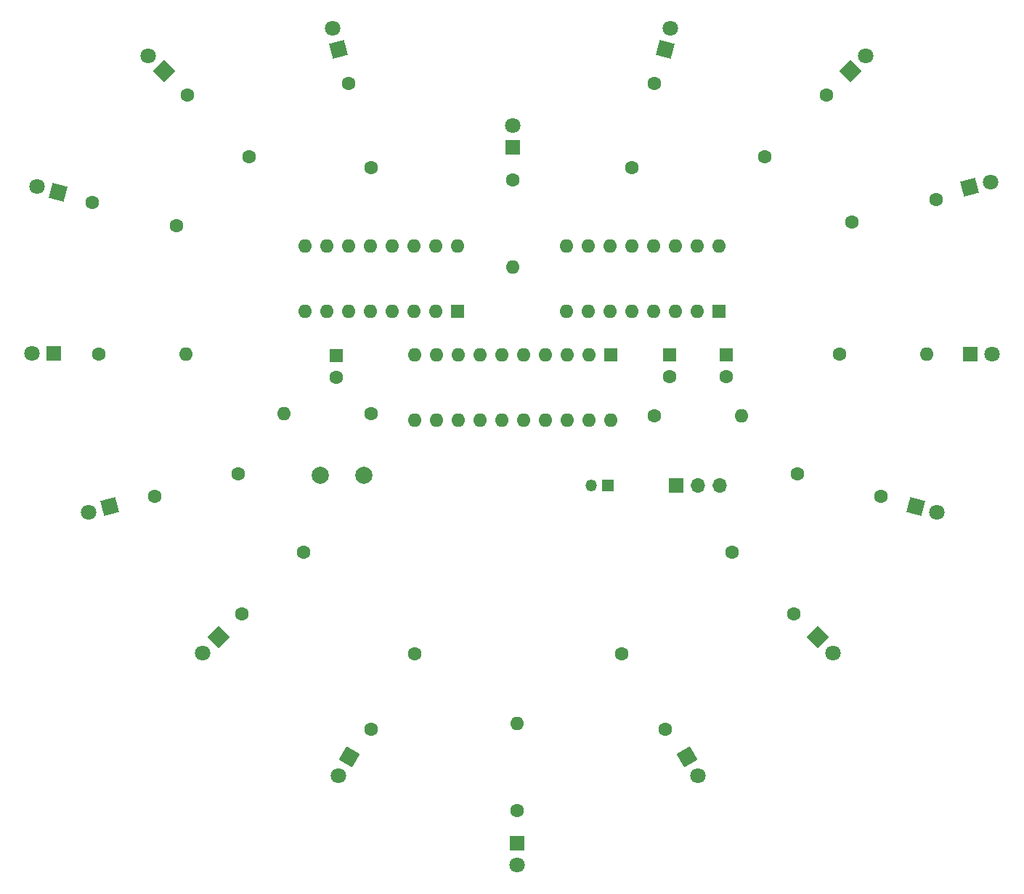
<source format=gbr>
%TF.GenerationSoftware,KiCad,Pcbnew,7.0.9*%
%TF.CreationDate,2025-02-08T08:35:37+01:00*%
%TF.ProjectId,heart,68656172-742e-46b6-9963-61645f706362,rev?*%
%TF.SameCoordinates,Original*%
%TF.FileFunction,Soldermask,Bot*%
%TF.FilePolarity,Negative*%
%FSLAX46Y46*%
G04 Gerber Fmt 4.6, Leading zero omitted, Abs format (unit mm)*
G04 Created by KiCad (PCBNEW 7.0.9) date 2025-02-08 08:35:37*
%MOMM*%
%LPD*%
G01*
G04 APERTURE LIST*
G04 Aperture macros list*
%AMHorizOval*
0 Thick line with rounded ends*
0 $1 width*
0 $2 $3 position (X,Y) of the first rounded end (center of the circle)*
0 $4 $5 position (X,Y) of the second rounded end (center of the circle)*
0 Add line between two ends*
20,1,$1,$2,$3,$4,$5,0*
0 Add two circle primitives to create the rounded ends*
1,1,$1,$2,$3*
1,1,$1,$4,$5*%
%AMRotRect*
0 Rectangle, with rotation*
0 The origin of the aperture is its center*
0 $1 length*
0 $2 width*
0 $3 Rotation angle, in degrees counterclockwise*
0 Add horizontal line*
21,1,$1,$2,0,0,$3*%
G04 Aperture macros list end*
%ADD10R,1.350000X1.350000*%
%ADD11O,1.350000X1.350000*%
%ADD12C,2.000000*%
%ADD13O,1.600000X1.600000*%
%ADD14R,1.600000X1.600000*%
%ADD15C,1.800000*%
%ADD16RotRect,1.800000X1.800000X315.000000*%
%ADD17HorizOval,1.600000X0.000000X0.000000X0.000000X0.000000X0*%
%ADD18C,1.600000*%
%ADD19RotRect,1.800000X1.800000X195.000000*%
%ADD20HorizOval,1.600000X0.000000X0.000000X0.000000X0.000000X0*%
%ADD21RotRect,1.800000X1.800000X345.000000*%
%ADD22RotRect,1.800000X1.800000X105.000000*%
%ADD23HorizOval,1.600000X0.000000X0.000000X0.000000X0.000000X0*%
%ADD24RotRect,1.800000X1.800000X225.000000*%
%ADD25RotRect,1.800000X1.800000X75.000000*%
%ADD26HorizOval,1.600000X0.000000X0.000000X0.000000X0.000000X0*%
%ADD27RotRect,1.800000X1.800000X300.000000*%
%ADD28R,1.800000X1.800000*%
%ADD29RotRect,1.800000X1.800000X165.000000*%
%ADD30HorizOval,1.600000X0.000000X0.000000X0.000000X0.000000X0*%
%ADD31HorizOval,1.600000X0.000000X0.000000X0.000000X0.000000X0*%
%ADD32HorizOval,1.600000X0.000000X0.000000X0.000000X0.000000X0*%
%ADD33O,1.700000X1.700000*%
%ADD34R,1.700000X1.700000*%
%ADD35HorizOval,1.600000X0.000000X0.000000X0.000000X0.000000X0*%
%ADD36RotRect,1.800000X1.800000X15.000000*%
%ADD37RotRect,1.800000X1.800000X135.000000*%
%ADD38RotRect,1.800000X1.800000X45.000000*%
%ADD39RotRect,1.800000X1.800000X240.000000*%
G04 APERTURE END LIST*
D10*
%TO.C,BAT*%
X159734000Y-105410000D03*
D11*
X157734000Y-105410000D03*
%TD*%
D12*
%TO.C,BTN*%
X126172400Y-104240400D03*
X131252400Y-104240400D03*
%TD*%
D13*
%TO.C,MSP430G2553*%
X160015000Y-97800000D03*
X157475000Y-97800000D03*
X154935000Y-97800000D03*
X152395000Y-97800000D03*
X149855000Y-97800000D03*
X147315000Y-97800000D03*
X144775000Y-97800000D03*
X142235000Y-97800000D03*
X139695000Y-97800000D03*
X137155000Y-97800000D03*
X137155000Y-90180000D03*
X139695000Y-90180000D03*
X142235000Y-90180000D03*
X144775000Y-90180000D03*
X147315000Y-90180000D03*
X149855000Y-90180000D03*
X152395000Y-90180000D03*
X154935000Y-90180000D03*
X157475000Y-90180000D03*
D14*
X160015000Y-90180000D03*
%TD*%
D15*
%TO.C,C1*%
X185936051Y-124976051D03*
D16*
X184140000Y-123180000D03*
%TD*%
D17*
%TO.C,R7*%
X191586903Y-106714801D03*
D18*
X181773097Y-104085200D03*
%TD*%
D19*
%TO.C,F2*%
X101590000Y-107940000D03*
D15*
X99136548Y-108597400D03*
%TD*%
D18*
%TO.C,R4*%
X178007898Y-67082103D03*
D20*
X185192103Y-59897898D03*
%TD*%
D15*
%TO.C,D1*%
X198023452Y-108597400D03*
D21*
X195570000Y-107940000D03*
%TD*%
D17*
%TO.C,R15*%
X109427903Y-75101801D03*
D18*
X99614097Y-72472200D03*
%TD*%
D15*
%TO.C,B2*%
X127602600Y-52146548D03*
D22*
X128260000Y-54600000D03*
%TD*%
D18*
%TO.C,R11*%
X132070000Y-133929409D03*
D23*
X137150000Y-125130591D03*
%TD*%
D24*
%TO.C,G2*%
X114290000Y-123180000D03*
D15*
X112493949Y-124976051D03*
%TD*%
%TO.C,H1*%
X167017400Y-52146548D03*
D25*
X166360000Y-54600000D03*
%TD*%
D18*
%TO.C,R10*%
X149098000Y-143383000D03*
D13*
X149098000Y-133223000D03*
%TD*%
D14*
%TO.C,SN54HC595(2)*%
X142225000Y-85100000D03*
D13*
X139685000Y-85100000D03*
X137145000Y-85100000D03*
X134605000Y-85100000D03*
X132065000Y-85100000D03*
X129525000Y-85100000D03*
X126985000Y-85100000D03*
X124445000Y-85100000D03*
X124445000Y-77480000D03*
X126985000Y-77480000D03*
X129525000Y-77480000D03*
X132065000Y-77480000D03*
X134605000Y-77480000D03*
X137145000Y-77480000D03*
X139685000Y-77480000D03*
X142225000Y-77480000D03*
%TD*%
D18*
%TO.C,R14*%
X100320000Y-90160000D03*
D13*
X110480000Y-90160000D03*
%TD*%
D18*
%TO.C,R2*%
X132080000Y-97028000D03*
D13*
X121920000Y-97028000D03*
%TD*%
D14*
%TO.C,C2*%
X173482000Y-90234888D03*
D18*
X173482000Y-92734888D03*
%TD*%
%TO.C,R6*%
X186680000Y-90160000D03*
D13*
X196840000Y-90160000D03*
%TD*%
D18*
%TO.C,R5*%
X188133097Y-74720801D03*
D26*
X197946903Y-72091200D03*
%TD*%
D15*
%TO.C,B1*%
X170170000Y-139349705D03*
D27*
X168900000Y-137150000D03*
%TD*%
D28*
%TO.C,A2*%
X148580000Y-66030000D03*
D15*
X148580000Y-63490000D03*
%TD*%
D18*
%TO.C,R13*%
X106843097Y-106714801D03*
D26*
X116656903Y-104085200D03*
%TD*%
D29*
%TO.C,D2*%
X95631000Y-71247000D03*
D15*
X93177548Y-70589600D03*
%TD*%
D18*
%TO.C,C3*%
X128016000Y-92836488D03*
D14*
X128016000Y-90336488D03*
%TD*%
D18*
%TO.C,R9*%
X161280000Y-125130591D03*
D30*
X166360000Y-133929409D03*
%TD*%
D18*
%TO.C,R3*%
X162505200Y-68396903D03*
D31*
X165134801Y-58583097D03*
%TD*%
D18*
%TO.C,R17*%
X129485200Y-58583097D03*
D32*
X132114801Y-68396903D03*
%TD*%
D33*
%TO.C,PWR*%
X172720000Y-105410000D03*
X170180000Y-105410000D03*
D34*
X167640000Y-105410000D03*
%TD*%
D18*
%TO.C,R12*%
X117047898Y-120422103D03*
D20*
X124232103Y-113237898D03*
%TD*%
D15*
%TO.C,A1*%
X149098000Y-149733000D03*
D28*
X149098000Y-147193000D03*
%TD*%
D18*
%TO.C,R8*%
X174197898Y-113237898D03*
D35*
X181382103Y-120422103D03*
%TD*%
D28*
%TO.C,E1*%
X201920000Y-90160000D03*
D15*
X204460000Y-90160000D03*
%TD*%
D28*
%TO.C,E2*%
X95128000Y-90043000D03*
D15*
X92588000Y-90043000D03*
%TD*%
D18*
%TO.C,R1*%
X165100000Y-97282000D03*
D13*
X175260000Y-97282000D03*
%TD*%
D14*
%TO.C,SN54HC595(1)*%
X172705000Y-85100000D03*
D13*
X170165000Y-85100000D03*
X167625000Y-85100000D03*
X165085000Y-85100000D03*
X162545000Y-85100000D03*
X160005000Y-85100000D03*
X157465000Y-85100000D03*
X154925000Y-85100000D03*
X154925000Y-77480000D03*
X157465000Y-77480000D03*
X160005000Y-77480000D03*
X162545000Y-77480000D03*
X165085000Y-77480000D03*
X167625000Y-77480000D03*
X170165000Y-77480000D03*
X172705000Y-77480000D03*
%TD*%
D18*
%TO.C,R16*%
X110697898Y-59897898D03*
D35*
X117882103Y-67082103D03*
%TD*%
D15*
%TO.C,F1*%
X204294897Y-70030595D03*
D36*
X201841445Y-70687995D03*
%TD*%
D15*
%TO.C,C2*%
X106143949Y-55343949D03*
D37*
X107940000Y-57140000D03*
%TD*%
D15*
%TO.C,G1*%
X189746051Y-55343949D03*
D38*
X187950000Y-57140000D03*
%TD*%
D39*
%TO.C,H2*%
X129530000Y-137150000D03*
D15*
X128260000Y-139349705D03*
%TD*%
D18*
%TO.C,C1*%
X166878000Y-92710000D03*
D14*
X166878000Y-90210000D03*
%TD*%
D18*
%TO.C,R18*%
X148580000Y-69840000D03*
D13*
X148580000Y-80000000D03*
%TD*%
M02*

</source>
